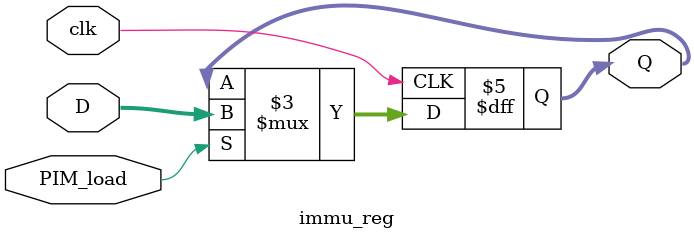
<source format=v>
`timescale 1ns / 1ps


module immu_reg #(parameter N = 38)
(   input       [N-1:0]   D,
    input                 clk,
    input                 PIM_load,
    output reg  [N-1:0]   Q);  
     
 
 always @(posedge clk)
 begin      
          if (PIM_load) 
              begin       
                 Q <=  D; 
              end
          else 
              begin
                 Q <= Q;
              end   
        end      
 endmodule 

</source>
